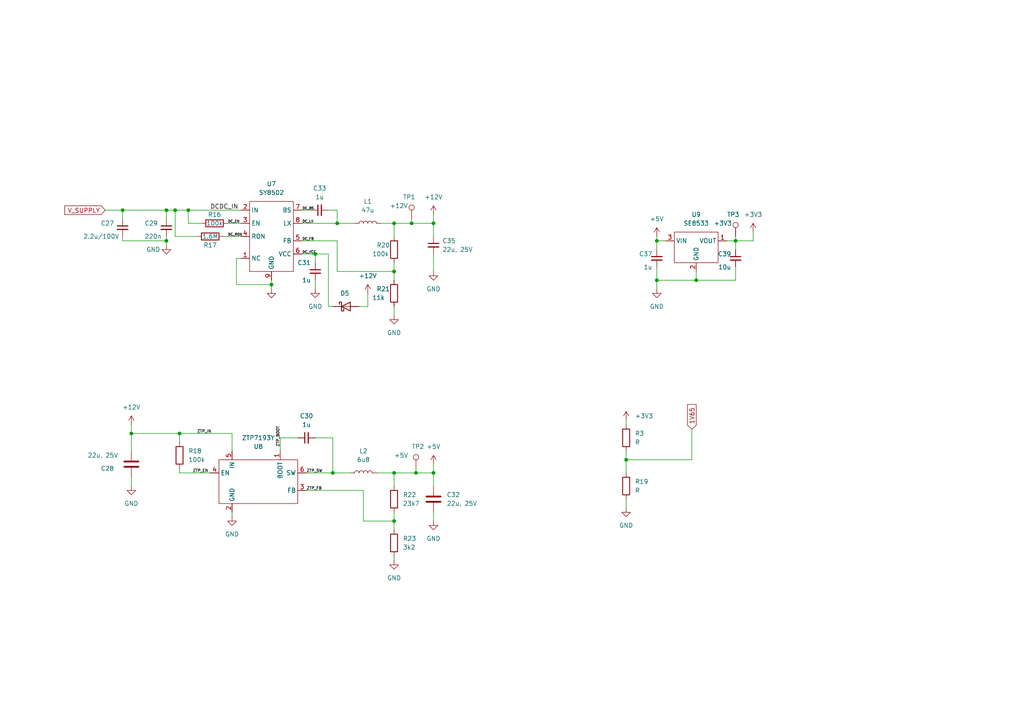
<source format=kicad_sch>
(kicad_sch (version 20211123) (generator eeschema)
  (paper "A4")
  (lib_symbols
    (symbol "Connector:TestPoint" (pin_numbers hide) (pin_names (offset 0.762) hide)
      (property "Reference" "TP" (at 0 6.858 0))
      (property "Value" "TestPoint" (at 0 5.08 0))
      (symbol "TestPoint_0_1"
        (circle (center 0 3.302) (radius 0.762))
      )
      (symbol "TestPoint_1_1"
        (pin passive line (at 0 0 90) (length 2.54) (name "1") (number "1"))
      )
    )
    (symbol "Device:C" (pin_numbers hide) (pin_names (offset 0.254))
      (property "Reference" "C" (at 0.635 2.54 0))
      (property "Value" "C" (at 0.635 -2.54 0))
      (symbol "C_0_1"
        (polyline (pts (xy -2.032 -0.762) (xy 2.032 -0.762)) (stroke (width 0.508)))
        (polyline (pts (xy -2.032 0.762) (xy 2.032 0.762)) (stroke (width 0.508)))
      )
      (symbol "C_1_1"
        (pin passive line (at 0 3.81 270) (length 2.794) (name "~") (number "1"))
        (pin passive line (at 0 -3.81 90) (length 2.794) (name "~") (number "2"))
      )
    )
    (symbol "Device:C_Small" (pin_numbers hide) (pin_names (offset 0.254) hide)
      (property "Reference" "C" (at 0.254 1.778 0))
      (property "Value" "C_Small" (at 0.254 -2.032 0))
      (symbol "C_Small_0_1"
        (polyline (pts (xy -1.524 -0.508) (xy 1.524 -0.508)) (stroke (width 0.3302)))
        (polyline (pts (xy -1.524 0.508) (xy 1.524 0.508)) (stroke (width 0.3048)))
      )
      (symbol "C_Small_1_1"
        (pin passive line (at 0 2.54 270) (length 2.032) (name "~") (number "1"))
        (pin passive line (at 0 -2.54 90) (length 2.032) (name "~") (number "2"))
      )
    )
    (symbol "Device:D_Schottky" (pin_numbers hide) (pin_names (offset 1.016) hide)
      (property "Reference" "D" (at 0 2.54 0))
      (property "Value" "D_Schottky" (at 0 -2.54 0))
      (symbol "D_Schottky_0_1"
        (polyline (pts (xy 1.27 0) (xy -1.27 0)))
        (polyline (pts (xy 1.27 1.27) (xy 1.27 -1.27) (xy -1.27 0) (xy 1.27 1.27)) (stroke (width 0.254)))
        (polyline (pts (xy -1.905 0.635) (xy -1.905 1.27) (xy -1.27 1.27) (xy -1.27 -1.27) (xy -0.635 -1.27) (xy -0.635 -0.635)) (stroke (width 0.254)))
      )
      (symbol "D_Schottky_1_1"
        (pin passive line (at -3.81 0 0) (length 2.54) (name "K") (number "1"))
        (pin passive line (at 3.81 0 180) (length 2.54) (name "A") (number "2"))
      )
    )
    (symbol "Device:L" (pin_numbers hide) (pin_names (offset 1.016) hide)
      (property "Reference" "L" (at -1.27 0 90))
      (property "Value" "L" (at 1.905 0 90))
      (symbol "L_0_1"
        (arc (start 0 -2.54) (mid 0.635 -1.905) (end 0 -1.27))
        (arc (start 0 -1.27) (mid 0.635 -0.635) (end 0 0))
        (arc (start 0 0) (mid 0.635 0.635) (end 0 1.27))
        (arc (start 0 1.27) (mid 0.635 1.905) (end 0 2.54))
      )
      (symbol "L_1_1"
        (pin passive line (at 0 3.81 270) (length 1.27) (name "1") (number "1"))
        (pin passive line (at 0 -3.81 90) (length 1.27) (name "2") (number "2"))
      )
    )
    (symbol "Device:R" (pin_numbers hide) (pin_names (offset 0))
      (property "Reference" "R" (at 2.032 0 90))
      (property "Value" "R" (at 0 0 90))
      (symbol "R_0_1"
        (rectangle (start -1.016 -2.54) (end 1.016 2.54) (stroke (width 0.254)))
      )
      (symbol "R_1_1"
        (pin passive line (at 0 3.81 270) (length 1.27) (name "~") (number "1"))
        (pin passive line (at 0 -3.81 90) (length 1.27) (name "~") (number "2"))
      )
    )
    (symbol "FLUX_BMS:SY8502"
      (property "Reference" "U" (at 3.81 -1.27 0))
      (property "Value" "SY8502" (at -2.54 -1.27 0))
      (symbol "SY8502_0_1"
        (rectangle (start -6.35 -2.54) (end 6.35 -22.86))
      )
      (symbol "SY8502_1_1"
        (pin input line (at -8.89 -19.05 0) (length 2.54) (name "NC") (number "1"))
        (pin input line (at -8.89 -5.08 0) (length 2.54) (name "IN") (number "2"))
        (pin input line (at -8.89 -8.89 0) (length 2.54) (name "EN") (number "3"))
        (pin input line (at -8.89 -12.7 0) (length 2.54) (name "RON") (number "4"))
        (pin input line (at 8.89 -13.97 180) (length 2.54) (name "FB") (number "5"))
        (pin input line (at 8.89 -17.78 180) (length 2.54) (name "VCC") (number "6"))
        (pin input line (at 8.89 -5.08 180) (length 2.54) (name "BS") (number "7"))
        (pin input line (at 8.89 -8.89 180) (length 2.54) (name "LX") (number "8"))
        (pin input line (at 0 -25.4 90) (length 2.54) (name "GND") (number "9"))
      )
    )
    (symbol "FROST-ESC:SE8533"
      (property "Reference" "U" (at 0 0 0))
      (property "Value" "SE8533" (at 0 2.54 0))
      (symbol "SE8533_0_1"
        (rectangle (start -6.35 -1.27) (end 6.35 -10.16))
      )
      (symbol "SE8533_1_1"
        (pin power_out line (at 8.89 -3.81 180) (length 2.54) (name "VOUT") (number "1"))
        (pin power_in line (at 0 -12.7 90) (length 2.54) (name "GND") (number "2"))
        (pin power_in line (at -8.89 -3.81 0) (length 2.54) (name "VIN") (number "3"))
      )
    )
    (symbol "FROST-ESC:ZTP7193Y"
      (property "Reference" "U" (at 0 1.27 0))
      (property "Value" "ZTP7193Y" (at 0 3.81 0))
      (symbol "ZTP7193Y_0_1"
        (rectangle (start -11.43 -1.27) (end 11.43 -13.97))
      )
      (symbol "ZTP7193Y_1_1"
        (pin input line (at 6.35 1.27 270) (length 2.54) (name "BOOT") (number "1"))
        (pin power_in line (at -7.62 -16.51 90) (length 2.54) (name "GND") (number "2"))
        (pin input line (at 13.97 -10.16 180) (length 2.54) (name "FB") (number "3"))
        (pin input line (at -13.97 -5.08 0) (length 2.54) (name "EN") (number "4"))
        (pin power_in line (at -7.62 1.27 270) (length 2.54) (name "IN") (number "5"))
        (pin output line (at 13.97 -5.08 180) (length 2.54) (name "SW") (number "6"))
      )
    )
    (symbol "power:+12V" (power) (pin_names (offset 0))
      (property "Value" "+12V" (at 0 3.556 0))
      (symbol "+12V_0_1"
        (polyline (pts (xy -0.762 1.27) (xy 0 2.54)))
        (polyline (pts (xy 0 0) (xy 0 2.54)))
        (polyline (pts (xy 0 2.54) (xy 0.762 1.27)))
      )
      (symbol "+12V_1_1"
        (pin power_in line (at 0 0 90) (length 0) hide (name "+12V") (number "1"))
      )
    )
    (symbol "power:+3V3" (power) (pin_names (offset 0))
      (property "Value" "+3V3" (at 0 3.556 0))
      (symbol "+3V3_0_1"
        (polyline (pts (xy -0.762 1.27) (xy 0 2.54)))
        (polyline (pts (xy 0 0) (xy 0 2.54)))
        (polyline (pts (xy 0 2.54) (xy 0.762 1.27)))
      )
      (symbol "+3V3_1_1"
        (pin power_in line (at 0 0 90) (length 0) hide (name "+3V3") (number "1"))
      )
    )
    (symbol "power:+5V" (power) (pin_names (offset 0))
      (property "Value" "+5V" (at 0 3.556 0))
      (symbol "+5V_0_1"
        (polyline (pts (xy -0.762 1.27) (xy 0 2.54)))
        (polyline (pts (xy 0 0) (xy 0 2.54)))
        (polyline (pts (xy 0 2.54) (xy 0.762 1.27)))
      )
      (symbol "+5V_1_1"
        (pin power_in line (at 0 0 90) (length 0) hide (name "+5V") (number "1"))
      )
    )
    (symbol "power:GND" (power) (pin_names (offset 0))
      (property "Value" "GND" (at 0 -3.81 0))
      (symbol "GND_0_1"
        (polyline (pts (xy 0 0) (xy 0 -1.27) (xy 1.27 -1.27) (xy 0 -2.54) (xy -1.27 -1.27) (xy 0 -1.27)))
      )
      (symbol "GND_1_1"
        (pin power_in line (at 0 0 270) (length 0) hide (name "GND") (number "1"))
      )
    )
  )
  (junction (at 38.1 125.73))
  (junction (at 52.07 125.73))
  (junction (at 48.26 60.96))
  (junction (at 120.65 137.16))
  (junction (at 213.36 69.85))
  (junction (at 190.5 69.85))
  (junction (at 91.44 73.66))
  (junction (at 119.38 64.77))
  (junction (at 48.26 69.85))
  (junction (at 97.79 64.77))
  (junction (at 114.3 78.74))
  (junction (at 114.3 64.77))
  (junction (at 96.52 137.16))
  (junction (at 54.61 60.96))
  (junction (at 125.73 137.16))
  (junction (at 201.93 81.28))
  (junction (at 35.56 60.96))
  (junction (at 78.74 82.55))
  (junction (at 181.61 133.35))
  (junction (at 114.3 151.13))
  (junction (at 190.5 81.28))
  (junction (at 50.8 60.96))
  (junction (at 114.3 137.16))
  (junction (at 125.73 64.77))
  (bus_entry (at -15.24 154.94) (size 2.54 2.54))
  (wire (pts (xy 201.93 81.28) (xy 213.36 81.28)))
  (wire (pts (xy 78.74 82.55) (xy 78.74 83.82)))
  (wire (pts (xy 95.25 88.9) (xy 96.52 88.9)))
  (wire (pts (xy 193.04 69.85) (xy 190.5 69.85)))
  (wire (pts (xy 114.3 161.29) (xy 114.3 162.56)))
  (wire (pts (xy 54.61 60.96) (xy 69.85 60.96)))
  (wire (pts (xy 114.3 151.13) (xy 114.3 153.67)))
  (wire (pts (xy 38.1 138.43) (xy 38.1 140.97)))
  (wire (pts (xy 68.58 74.93) (xy 69.85 74.93)))
  (wire (pts (xy 68.58 74.93) (xy 68.58 82.55)))
  (wire (pts (xy 97.79 78.74) (xy 114.3 78.74)))
  (wire (pts (xy 114.3 64.77) (xy 114.3 68.58)))
  (wire (pts (xy 35.56 68.58) (xy 35.56 69.85)))
  (wire (pts (xy 213.36 81.28) (xy 213.36 77.47)))
  (wire (pts (xy 35.56 60.96) (xy 35.56 63.5)))
  (wire (pts (xy 213.36 68.58) (xy 213.36 69.85)))
  (wire (pts (xy 52.07 125.73) (xy 52.07 128.27)))
  (wire (pts (xy 95.25 73.66) (xy 91.44 73.66)))
  (wire (pts (xy 181.61 130.81) (xy 181.61 133.35)))
  (wire (pts (xy 119.38 63.5) (xy 119.38 64.77)))
  (wire (pts (xy 120.65 135.89) (xy 120.65 137.16)))
  (wire (pts (xy 52.07 125.73) (xy 67.31 125.73)))
  (wire (pts (xy 81.28 127) (xy 86.36 127)))
  (wire (pts (xy 114.3 137.16) (xy 114.3 140.97)))
  (wire (pts (xy 190.5 81.28) (xy 190.5 83.82)))
  (wire (pts (xy 97.79 69.85) (xy 97.79 78.74)))
  (wire (pts (xy 87.63 60.96) (xy 90.17 60.96)))
  (wire (pts (xy 54.61 64.77) (xy 54.61 60.96)))
  (wire (pts (xy 181.61 133.35) (xy 181.61 137.16)))
  (wire (pts (xy 66.04 64.77) (xy 69.85 64.77)))
  (wire (pts (xy 88.9 142.24) (xy 105.41 142.24)))
  (wire (pts (xy 190.5 69.85) (xy 190.5 72.39)))
  (wire (pts (xy 48.26 60.96) (xy 48.26 63.5)))
  (wire (pts (xy 50.8 60.96) (xy 50.8 68.58)))
  (wire (pts (xy 91.44 81.28) (xy 91.44 83.82)))
  (wire (pts (xy 48.26 69.85) (xy 48.26 71.12)))
  (wire (pts (xy 213.36 69.85) (xy 213.36 72.39)))
  (wire (pts (xy 200.66 133.35) (xy 181.61 133.35)))
  (wire (pts (xy 181.61 121.92) (xy 181.61 123.19)))
  (wire (pts (xy 114.3 88.9) (xy 114.3 91.44)))
  (wire (pts (xy 97.79 64.77) (xy 102.87 64.77)))
  (wire (pts (xy 125.73 134.62) (xy 125.73 137.16)))
  (wire (pts (xy 96.52 127) (xy 96.52 137.16)))
  (wire (pts (xy 106.68 85.09) (xy 106.68 88.9)))
  (wire (pts (xy 200.66 124.46) (xy 200.66 133.35)))
  (wire (pts (xy 97.79 60.96) (xy 97.79 64.77)))
  (wire (pts (xy 87.63 73.66) (xy 91.44 73.66)))
  (wire (pts (xy 125.73 140.97) (xy 125.73 137.16)))
  (wire (pts (xy 87.63 69.85) (xy 97.79 69.85)))
  (wire (pts (xy 48.26 60.96) (xy 50.8 60.96)))
  (wire (pts (xy 210.82 69.85) (xy 213.36 69.85)))
  (wire (pts (xy 114.3 137.16) (xy 120.65 137.16)))
  (wire (pts (xy 52.07 137.16) (xy 60.96 137.16)))
  (wire (pts (xy 48.26 69.85) (xy 48.26 68.58)))
  (wire (pts (xy 114.3 64.77) (xy 119.38 64.77)))
  (wire (pts (xy 38.1 125.73) (xy 52.07 125.73)))
  (wire (pts (xy 96.52 137.16) (xy 101.6 137.16)))
  (wire (pts (xy 95.25 73.66) (xy 95.25 88.9)))
  (wire (pts (xy 52.07 135.89) (xy 52.07 137.16)))
  (wire (pts (xy 64.77 68.58) (xy 69.85 68.58)))
  (wire (pts (xy 105.41 151.13) (xy 114.3 151.13)))
  (wire (pts (xy 201.93 78.74) (xy 201.93 81.28)))
  (wire (pts (xy 125.73 73.66) (xy 125.73 78.74)))
  (wire (pts (xy 114.3 148.59) (xy 114.3 151.13)))
  (wire (pts (xy 109.22 137.16) (xy 114.3 137.16)))
  (wire (pts (xy 190.5 81.28) (xy 201.93 81.28)))
  (wire (pts (xy 50.8 60.96) (xy 54.61 60.96)))
  (wire (pts (xy 190.5 77.47) (xy 190.5 81.28)))
  (wire (pts (xy 190.5 68.58) (xy 190.5 69.85)))
  (wire (pts (xy 110.49 64.77) (xy 114.3 64.77)))
  (wire (pts (xy 81.28 130.81) (xy 81.28 127)))
  (wire (pts (xy 91.44 127) (xy 96.52 127)))
  (wire (pts (xy 35.56 60.96) (xy 48.26 60.96)))
  (wire (pts (xy 57.15 68.58) (xy 50.8 68.58)))
  (wire (pts (xy 78.74 82.55) (xy 78.74 81.28)))
  (wire (pts (xy 105.41 142.24) (xy 105.41 151.13)))
  (wire (pts (xy 67.31 148.59) (xy 67.31 149.86)))
  (wire (pts (xy 181.61 144.78) (xy 181.61 147.32)))
  (wire (pts (xy 114.3 76.2) (xy 114.3 78.74)))
  (wire (pts (xy 38.1 130.81) (xy 38.1 125.73)))
  (wire (pts (xy 114.3 78.74) (xy 114.3 81.28)))
  (wire (pts (xy 35.56 69.85) (xy 48.26 69.85)))
  (wire (pts (xy 120.65 137.16) (xy 125.73 137.16)))
  (wire (pts (xy 119.38 64.77) (xy 125.73 64.77)))
  (wire (pts (xy 125.73 62.23) (xy 125.73 64.77)))
  (wire (pts (xy 87.63 64.77) (xy 97.79 64.77)))
  (wire (pts (xy 91.44 73.66) (xy 91.44 76.2)))
  (wire (pts (xy 218.44 67.31) (xy 218.44 69.85)))
  (wire (pts (xy 106.68 88.9) (xy 104.14 88.9)))
  (wire (pts (xy 125.73 148.59) (xy 125.73 151.13)))
  (wire (pts (xy 30.48 60.96) (xy 35.56 60.96)))
  (wire (pts (xy 96.52 137.16) (xy 88.9 137.16)))
  (wire (pts (xy 213.36 69.85) (xy 218.44 69.85)))
  (wire (pts (xy 125.73 64.77) (xy 125.73 68.58)))
  (wire (pts (xy 78.74 82.55) (xy 68.58 82.55)))
  (wire (pts (xy 95.25 60.96) (xy 97.79 60.96)))
  (wire (pts (xy 38.1 123.19) (xy 38.1 125.73)))
  (wire (pts (xy 67.31 125.73) (xy 67.31 130.81)))
  (wire (pts (xy 54.61 64.77) (xy 58.42 64.77)))
  (label "DCDC_IN" (at 60.96 60.96 0))
  (label "DC_LX" (at 87.63 64.77 0) (effects (font (size 0.7 0.7))))
  (label "DC_BS" (at 87.63 60.96 0) (effects (font (size 0.7 0.7))))
  (label "ZTP_FB" (at 88.9 142.24 0) (effects (font (size 0.8 0.8))))
  (label "DC_VCC" (at 87.63 73.66 0) (effects (font (size 0.7 0.7))))
  (label "DC_EN" (at 66.04 64.77 0) (effects (font (size 0.7 0.7))))
  (label "ZTP_SW" (at 88.9 137.16 0) (effects (font (size 0.8 0.8))))
  (label "DC_FB" (at 87.63 69.85 0) (effects (font (size 0.7 0.7))))
  (label "DC_RON" (at 66.04 68.58 0) (effects (font (size 0.7 0.7))))
  (label "ZTP_IN" (at 57.15 125.73 0) (effects (font (size 0.8 0.8))))
  (label "ZTP_BOOT" (at 81.28 129.54 90) (effects (font (size 0.8 0.8))))
  (label "ZTP_EN" (at 55.88 137.16 0) (effects (font (size 0.8 0.8))))
  (global_label "1V65" (shape input) (at 200.66 124.46 90) (property "Intersheet References" "${INTERSHEET_REFS}" (effects hide)))
  (global_label "V_SUPPLY" (shape input) (at 30.48 60.96 180) (property "Intersheet References" "${INTERSHEET_REFS}" (effects hide)))
  (symbol (lib_id "Connector:TestPoint") (at 120.65 135.89 0) (unit 1)
    (property "Reference" "TP2" (at 119.38 129.54 0) (effects (justify left)))
    (property "Value" "+5V" (at 114.3 132.08 0) (effects (justify left)))
    (property "Footprint" "TestPoint:TestPoint_Pad_D1.0mm" (effects hide))
  )
  (symbol (lib_id "power:GND") (at 91.44 83.82 0) (mirror y) (unit 1)
    (property "Reference" "#PWR043" (effects hide))
    (property "Value" "GND" (at 91.44 88.9 0))
  )
  (symbol (lib_id "power:GND") (at 78.74 83.82 0) (mirror y) (unit 1)
    (property "Reference" "#PWR041" (effects hide))
    (property "Value" "GND" (effects hide))
  )
  (symbol (lib_id "power:GND") (at 125.73 78.74 0) (unit 1)
    (property "Reference" "#PWR050" (effects hide))
    (property "Value" "GND" (at 125.73 83.82 0))
  )
  (symbol (lib_id "Device:C_Small") (at 48.26 66.04 0) (unit 1)
    (property "Reference" "C29" (at 41.91 64.77 0) (effects (justify left)))
    (property "Value" "220n" (at 41.91 68.58 0) (effects (justify left)))
    (property "Footprint" "Capacitor_SMD:C_0805_2012Metric" (effects hide))
    (property "LCSC" "C729464" (effects hide))
  )
  (symbol (lib_id "Device:C") (at 38.1 134.62 0) (unit 1)
    (property "Reference" "C28" (at 29.21 135.89 0) (effects (justify left)))
    (property "Value" "22u, 25V" (at 25.4 132.08 0) (effects (justify left)))
    (property "Footprint" "Capacitor_SMD:C_0805_2012Metric" (effects hide))
    (property "LCSC" "C386093" (effects hide))
  )
  (symbol (lib_id "Device:R") (at 62.23 64.77 90) (unit 1)
    (property "Reference" "R16" (at 62.23 62.23 90))
    (property "Value" "100k" (at 62.23 64.77 90))
    (property "Footprint" "Resistor_SMD:R_0805_2012Metric" (effects hide))
    (property "LCSC" "C180850" (effects hide))
  )
  (symbol (lib_id "Device:D_Schottky") (at 100.33 88.9 0) (unit 1)
    (property "Reference" "D5" (at 100.0125 85.09 0))
    (property "Value" "D_Schottky" (effects hide))
    (property "Footprint" "Diode_SMD:D_SOD-123" (effects hide))
    (property "LCSC" "C2890313" (effects hide))
  )
  (symbol (lib_id "power:+12V") (at 106.68 85.09 0) (unit 1)
    (property "Reference" "#PWR0101" (effects hide))
    (property "Value" "+12V" (at 106.68 80.01 0))
  )
  (symbol (lib_id "Device:R") (at 181.61 127 0) (unit 1)
    (property "Reference" "R3" (at 184.15 125.7299 0) (effects (justify left)))
    (property "Value" "R" (at 184.15 128.2699 0) (effects (justify left)))
    (property "Footprint" "Resistor_SMD:R_0805_2012Metric" (effects hide))
  )
  (symbol (lib_id "Device:R") (at 181.61 140.97 0) (unit 1)
    (property "Reference" "R19" (at 184.15 139.6999 0) (effects (justify left)))
    (property "Value" "R" (at 184.15 142.2399 0) (effects (justify left)))
    (property "Footprint" "Resistor_SMD:R_0805_2012Metric" (effects hide))
  )
  (symbol (lib_id "Device:R") (at 114.3 85.09 0) (unit 1)
    (property "Reference" "R21" (at 109.22 83.82 0) (effects (justify left)))
    (property "Value" "11k" (at 107.95 86.36 0) (effects (justify left)))
    (property "Footprint" "Resistor_SMD:R_0805_2012Metric" (effects hide))
    (property "LCSC" "C136917" (effects hide))
  )
  (symbol (lib_id "Connector:TestPoint") (at 119.38 63.5 0) (unit 1)
    (property "Reference" "TP1" (at 116.84 57.15 0) (effects (justify left)))
    (property "Value" "+12V" (at 113.03 59.69 0) (effects (justify left)))
    (property "Footprint" "TestPoint:TestPoint_Pad_D1.0mm" (effects hide))
  )
  (symbol (lib_id "Device:R") (at 114.3 157.48 0) (unit 1)
    (property "Reference" "R23" (at 116.84 156.2099 0) (effects (justify left)))
    (property "Value" "3k2" (at 116.84 158.7499 0) (effects (justify left)))
    (property "Footprint" "Resistor_SMD:R_0805_2012Metric" (effects hide))
  )
  (symbol (lib_id "power:GND") (at 114.3 162.56 0) (unit 1)
    (property "Reference" "#PWR0112" (effects hide))
    (property "Value" "GND" (at 114.3 167.64 0))
  )
  (symbol (lib_id "power:+3V3") (at 181.61 121.92 0) (unit 1)
    (property "Reference" "#PWR0115" (effects hide))
    (property "Value" "+3V3" (at 184.15 120.6499 0) (effects (justify left)))
  )
  (symbol (lib_id "power:+5V") (at 190.5 68.58 0) (unit 1)
    (property "Reference" "#PWR053" (effects hide))
    (property "Value" "+5V" (at 190.5 63.5 0))
  )
  (symbol (lib_id "Device:L") (at 105.41 137.16 90) (unit 1)
    (property "Reference" "L2" (at 105.41 130.81 90))
    (property "Value" "6u8" (at 105.41 133.35 90))
    (property "Footprint" "Inductor_SMD:L_Taiyo-Yuden_NR-40xx" (effects hide))
    (property "LCSC" "C326302" (effects hide))
  )
  (symbol (lib_id "power:GND") (at 114.3 91.44 0) (unit 1)
    (property "Reference" "#PWR047" (effects hide))
    (property "Value" "GND" (at 114.3 96.52 0))
  )
  (symbol (lib_id "Device:R") (at 52.07 132.08 0) (unit 1)
    (property "Reference" "R18" (at 54.61 130.8099 0) (effects (justify left)))
    (property "Value" "100k" (at 54.61 133.3499 0) (effects (justify left)))
    (property "Footprint" "Resistor_SMD:R_0805_2012Metric" (effects hide))
  )
  (symbol (lib_id "power:GND") (at 181.61 147.32 0) (unit 1)
    (property "Reference" "#PWR0113" (effects hide))
    (property "Value" "GND" (at 181.61 152.4 0))
  )
  (symbol (lib_id "Device:C_Small") (at 91.44 78.74 0) (mirror y) (unit 1)
    (property "Reference" "C31" (at 90.17 76.2 0) (effects (justify left)))
    (property "Value" "1u" (at 90.17 81.28 0) (effects (justify left)))
    (property "Footprint" "Capacitor_SMD:C_0805_2012Metric" (effects hide))
    (property "LCSC" "C319195" (effects hide))
  )
  (symbol (lib_id "Device:R") (at 114.3 72.39 0) (unit 1)
    (property "Reference" "R20" (at 109.22 71.12 0) (effects (justify left)))
    (property "Value" "100k" (at 107.95 73.66 0) (effects (justify left)))
    (property "Footprint" "Resistor_SMD:R_0805_2012Metric" (effects hide))
    (property "LCSC" "C180850" (effects hide))
  )
  (symbol (lib_id "Device:C_Small") (at 190.5 74.93 0) (mirror y) (unit 1)
    (property "Reference" "C37" (at 189.23 73.66 0) (effects (justify left)))
    (property "Value" "1u" (at 189.23 77.47 0) (effects (justify left)))
    (property "Footprint" "Capacitor_SMD:C_0805_2012Metric" (effects hide))
    (property "LCSC" "C319195" (effects hide))
  )
  (symbol (lib_id "power:GND") (at 38.1 140.97 0) (unit 1)
    (property "Reference" "#PWR0117" (effects hide))
    (property "Value" "GND" (at 38.1 146.05 0))
  )
  (symbol (lib_id "Device:C_Small") (at 88.9 127 90) (unit 1)
    (property "Reference" "C30" (at 88.9063 120.65 90))
    (property "Value" "1u" (at 88.9063 123.19 90))
    (property "Footprint" "Capacitor_SMD:C_0805_2012Metric" (effects hide))
  )
  (symbol (lib_id "Device:C") (at 125.73 144.78 0) (unit 1)
    (property "Reference" "C32" (at 129.54 143.5099 0) (effects (justify left)))
    (property "Value" "22u, 25V" (at 129.54 146.0499 0) (effects (justify left)))
    (property "Footprint" "Capacitor_SMD:C_0805_2012Metric" (effects hide))
    (property "LCSC" "C386093" (effects hide))
  )
  (symbol (lib_id "FROST-ESC:SE8533") (at 201.93 66.04 0) (unit 1)
    (property "Reference" "U9" (at 201.93 62.23 0))
    (property "Value" "SE8533" (at 201.93 64.77 0))
    (property "Footprint" "Package_TO_SOT_SMD:SOT-89-3" (effects hide))
    (property "LCSC" "C115013" (effects hide))
  )
  (symbol (lib_id "power:+5V") (at 125.73 134.62 0) (unit 1)
    (property "Reference" "#PWR0116" (effects hide))
    (property "Value" "+5V" (at 125.73 129.54 0))
  )
  (symbol (lib_id "Device:C_Small") (at 35.56 66.04 0) (unit 1)
    (property "Reference" "C27" (at 29.21 64.77 0) (effects (justify left)))
    (property "Value" "2.2u/100V" (at 24.13 68.58 0) (effects (justify left)))
    (property "Footprint" "Capacitor_SMD:C_1210_3225Metric" (effects hide))
    (property "LCSC" "C412614" (effects hide))
  )
  (symbol (lib_id "power:+3V3") (at 218.44 67.31 0) (unit 1)
    (property "Reference" "#PWR057" (effects hide))
    (property "Value" "+3V3" (at 218.44 62.23 0))
  )
  (symbol (lib_id "Device:R") (at 60.96 68.58 90) (unit 1)
    (property "Reference" "R17" (at 60.96 71.12 90))
    (property "Value" "1.6M" (at 60.96 68.58 90))
    (property "Footprint" "Resistor_SMD:R_0805_2012Metric" (effects hide))
    (property "LCSC" "C413343" (effects hide))
  )
  (symbol (lib_id "power:+12V") (at 125.73 62.23 0) (unit 1)
    (property "Reference" "#PWR049" (effects hide))
    (property "Value" "+12V" (at 125.73 57.15 0))
  )
  (symbol (lib_id "power:GND") (at 67.31 149.86 0) (unit 1)
    (property "Reference" "#PWR0111" (effects hide))
    (property "Value" "GND" (at 67.31 154.94 0))
  )
  (symbol (lib_id "FLUX_BMS:SY8502") (at 78.74 55.88 0) (unit 1)
    (property "Reference" "U7" (at 78.74 53.34 0))
    (property "Value" "SY8502" (at 78.74 55.88 0))
    (property "Footprint" "Package_SO:HSOP-8-1EP_3.9x4.9mm_P1.27mm_EP2.41x3.1mm" (effects hide))
    (property "LCSC" "C87752" (effects hide))
  )
  (symbol (lib_id "Device:L") (at 106.68 64.77 90) (unit 1)
    (property "Reference" "L1" (at 106.68 58.42 90))
    (property "Value" "47u" (at 106.68 60.96 90))
    (property "Footprint" "Inductor_SMD:L_Taiyo-Yuden_NR-50xx" (effects hide))
    (property "LCSC" "C2827400" (effects hide))
  )
  (symbol (lib_id "FROST-ESC:ZTP7193Y") (at 74.93 132.08 0) (unit 1)
    (property "Reference" "U8" (at 74.93 129.54 0))
    (property "Value" "ZTP7193Y" (at 74.93 127 0))
    (property "Footprint" "Package_TO_SOT_SMD:TSOT-23-6" (effects hide))
    (property "LCSC" "C481280" (effects hide))
  )
  (symbol (lib_id "Device:R") (at 114.3 144.78 0) (unit 1)
    (property "Reference" "R22" (at 116.84 143.5099 0) (effects (justify left)))
    (property "Value" "23k7" (at 116.84 146.0499 0) (effects (justify left)))
    (property "Footprint" "Resistor_SMD:R_0805_2012Metric" (effects hide))
  )
  (symbol (lib_id "Connector:TestPoint") (at 213.36 68.58 0) (unit 1)
    (property "Reference" "TP3" (at 210.82 62.23 0) (effects (justify left)))
    (property "Value" "+3V3" (at 207.01 64.77 0) (effects (justify left)))
    (property "Footprint" "TestPoint:TestPoint_Pad_D1.0mm" (effects hide))
  )
  (symbol (lib_id "power:+12V") (at 38.1 123.19 0) (unit 1)
    (property "Reference" "#PWR0110" (effects hide))
    (property "Value" "+12V" (at 38.1 118.11 0))
  )
  (symbol (lib_id "power:GND") (at 48.26 71.12 0) (unit 1)
    (property "Reference" "#PWR039" (effects hide))
    (property "Value" "GND" (at 44.45 72.39 0))
  )
  (symbol (lib_id "power:GND") (at 190.5 83.82 0) (unit 1)
    (property "Reference" "#PWR054" (effects hide))
    (property "Value" "GND" (at 190.5 88.9 0))
  )
  (symbol (lib_id "Device:C_Small") (at 92.71 60.96 90) (unit 1)
    (property "Reference" "C33" (at 92.7163 54.61 90))
    (property "Value" "1u" (at 92.7163 57.15 90))
    (property "Footprint" "Capacitor_SMD:C_0805_2012Metric" (effects hide))
  )
  (symbol (lib_id "Device:C_Small") (at 125.73 71.12 0) (unit 1)
    (property "Reference" "C35" (at 128.27 69.8562 0) (effects (justify left)))
    (property "Value" "22u, 25V" (at 128.27 72.3962 0) (effects (justify left)))
    (property "Footprint" "Capacitor_SMD:C_0805_2012Metric" (effects hide))
    (property "LCSC" "C386093" (effects hide))
  )
  (symbol (lib_id "power:GND") (at 125.73 151.13 0) (unit 1)
    (property "Reference" "#PWR0114" (effects hide))
    (property "Value" "GND" (at 125.73 156.21 0))
  )
  (symbol (lib_id "Device:C_Small") (at 213.36 74.93 0) (mirror y) (unit 1)
    (property "Reference" "C39" (at 212.09 73.66 0) (effects (justify left)))
    (property "Value" "10u" (at 212.09 77.47 0) (effects (justify left)))
    (property "Footprint" "Capacitor_SMD:C_0805_2012Metric" (effects hide))
    (property "LCSC" "C962154" (effects hide))
  )
)
</source>
